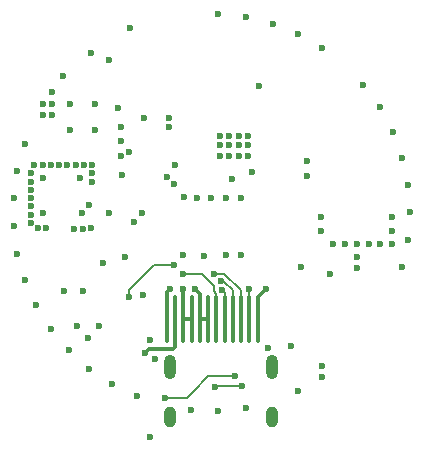
<source format=gbr>
%TF.GenerationSoftware,KiCad,Pcbnew,9.0.0*%
%TF.CreationDate,2026-01-31T22:23:39+01:00*%
%TF.ProjectId,DisplayBoard,44697370-6c61-4794-926f-6172642e6b69,rev?*%
%TF.SameCoordinates,Original*%
%TF.FileFunction,Copper,L4,Bot*%
%TF.FilePolarity,Positive*%
%FSLAX46Y46*%
G04 Gerber Fmt 4.6, Leading zero omitted, Abs format (unit mm)*
G04 Created by KiCad (PCBNEW 9.0.0) date 2026-01-31 22:23:39*
%MOMM*%
%LPD*%
G01*
G04 APERTURE LIST*
G04 Aperture macros list*
%AMRoundRect*
0 Rectangle with rounded corners*
0 $1 Rounding radius*
0 $2 $3 $4 $5 $6 $7 $8 $9 X,Y pos of 4 corners*
0 Add a 4 corners polygon primitive as box body*
4,1,4,$2,$3,$4,$5,$6,$7,$8,$9,$2,$3,0*
0 Add four circle primitives for the rounded corners*
1,1,$1+$1,$2,$3*
1,1,$1+$1,$4,$5*
1,1,$1+$1,$6,$7*
1,1,$1+$1,$8,$9*
0 Add four rect primitives between the rounded corners*
20,1,$1+$1,$2,$3,$4,$5,0*
20,1,$1+$1,$4,$5,$6,$7,0*
20,1,$1+$1,$6,$7,$8,$9,0*
20,1,$1+$1,$8,$9,$2,$3,0*%
G04 Aperture macros list end*
%TA.AperFunction,ComponentPad*%
%ADD10O,1.000000X1.800000*%
%TD*%
%TA.AperFunction,ComponentPad*%
%ADD11O,1.000000X2.100000*%
%TD*%
%TA.AperFunction,SMDPad,CuDef*%
%ADD12RoundRect,0.052500X0.122500X1.947500X-0.122500X1.947500X-0.122500X-1.947500X0.122500X-1.947500X0*%
%TD*%
%TA.AperFunction,ViaPad*%
%ADD13C,0.600000*%
%TD*%
%TA.AperFunction,Conductor*%
%ADD14C,0.350000*%
%TD*%
%TA.AperFunction,Conductor*%
%ADD15C,0.150000*%
%TD*%
G04 APERTURE END LIST*
D10*
%TO.P,USBC501,SH4,SHELL_GND__3*%
%TO.N,GND*%
X105119999Y-135200000D03*
%TO.P,USBC501,SH3,SHELL_GND__2*%
X96480001Y-135200000D03*
D11*
%TO.P,USBC501,SH2,SHELL_GND__1*%
X105120001Y-131020000D03*
%TO.P,USBC501,SH1,SHELL_GND*%
X96480000Y-131019999D03*
%TD*%
D12*
%TO.P,J301,12,Pin_12*%
%TO.N,GND*%
X103912500Y-126962500D03*
%TO.P,J301,11,Pin_11*%
%TO.N,/MCU/RST*%
X103212500Y-126962500D03*
%TO.P,J301,10,Pin_10*%
%TO.N,/MCU/DIN*%
X102512500Y-126962500D03*
%TO.P,J301,9,Pin_9*%
%TO.N,/MCU/CLK*%
X101812500Y-126962500D03*
%TO.P,J301,8,Pin_8*%
%TO.N,/MCU/CS*%
X101112500Y-126962500D03*
%TO.P,J301,7,Pin_7*%
%TO.N,/MCU/DC*%
X100412500Y-126962500D03*
%TO.P,J301,6,Pin_6*%
%TO.N,GND*%
X99712500Y-126962500D03*
%TO.P,J301,5,Pin_5*%
X99012500Y-126962500D03*
%TO.P,J301,4,Pin_4*%
%TO.N,+3.3V*%
X98312500Y-126962500D03*
%TO.P,J301,3,Pin_3*%
X97612500Y-126962500D03*
%TO.P,J301,2,Pin_2*%
%TO.N,LEDK*%
X96912500Y-126962500D03*
%TO.P,J301,1,Pin_1*%
%TO.N,GND*%
X96212500Y-126962500D03*
%TD*%
D13*
%TO.N,/MCU/BL*%
X96800000Y-122400000D03*
X93000000Y-125100000D03*
%TO.N,/MCU/DC*%
X97600000Y-123100000D03*
%TO.N,/MCU/RST*%
X103200000Y-124400000D03*
%TO.N,/MCU/CS*%
X100900000Y-124500000D03*
%TO.N,LEDK*%
X94400000Y-129800000D03*
%TO.N,GND*%
X116142615Y-122528820D03*
X85172526Y-125783908D03*
X84219598Y-112156403D03*
X109390612Y-103977845D03*
X93709174Y-133470340D03*
X112864302Y-107105569D03*
X107361634Y-132993586D03*
X91603423Y-132443297D03*
X87920017Y-129565504D03*
X105189370Y-101928762D03*
X83573818Y-121391493D03*
X83247754Y-119071431D03*
X84219598Y-123643597D03*
X83247754Y-116728569D03*
X116142615Y-113271180D03*
X109390612Y-131822155D03*
X102916100Y-101361973D03*
X89661103Y-131133185D03*
X98244638Y-134601158D03*
X116629723Y-115562845D03*
X107361634Y-102806414D03*
X83573818Y-114408507D03*
X102916100Y-134438027D03*
X114241401Y-109000985D03*
X100586073Y-101117077D03*
X100586073Y-134682923D03*
X115341309Y-111069609D03*
X116793153Y-117900000D03*
X86414054Y-127770768D03*
%TO.N,/MCU/DIN*%
X100200000Y-123100000D03*
%TO.N,GND*%
X104600000Y-124400000D03*
%TO.N,/MCU/CLK*%
X100800000Y-123700000D03*
%TO.N,GND*%
X93107893Y-102274991D03*
X92050005Y-109068424D03*
X103400000Y-114500000D03*
X101500000Y-111400000D03*
X84700000Y-114600000D03*
X89200000Y-113900000D03*
X102300000Y-111400000D03*
X88900000Y-115000000D03*
X102300000Y-113100000D03*
X101500000Y-113100000D03*
X85000000Y-113900000D03*
X89000000Y-118000000D03*
X85700000Y-113900000D03*
X85700000Y-118000000D03*
X84700000Y-118100000D03*
X100700000Y-112200000D03*
X91300000Y-118000000D03*
X94300000Y-109900000D03*
X96900000Y-113900000D03*
X87100000Y-113900000D03*
X100700000Y-113100000D03*
X87800000Y-113900000D03*
X102300000Y-112200000D03*
X96400000Y-109900000D03*
X86400000Y-113900000D03*
X89100000Y-119300000D03*
X108100000Y-113565000D03*
X84700000Y-118800000D03*
X101500000Y-112200000D03*
%TO.N,+3.3V*%
X112300000Y-121700000D03*
%TO.N,GND*%
X85700000Y-115000000D03*
X84700000Y-116000000D03*
%TO.N,+3.3V*%
X114300000Y-120600000D03*
X115300000Y-120600000D03*
X97700000Y-116600000D03*
%TO.N,GND*%
X96400000Y-110700000D03*
%TO.N,+3.3V*%
X112300000Y-120600000D03*
%TO.N,GND*%
X103100000Y-112200000D03*
X84700000Y-115300000D03*
%TO.N,+3.3V*%
X92700000Y-121700000D03*
X111300000Y-120600000D03*
%TO.N,GND*%
X100700000Y-111400000D03*
%TO.N,+3.3V*%
X89100000Y-124600000D03*
X109300000Y-118300000D03*
%TO.N,GND*%
X89900000Y-114600000D03*
%TO.N,+3.3V*%
X112300000Y-122600000D03*
X110300000Y-120600000D03*
X115300000Y-118300000D03*
%TO.N,GND*%
X88500000Y-113900000D03*
X84700000Y-116700000D03*
X92400000Y-114700000D03*
%TO.N,+3.3V*%
X108100000Y-114835000D03*
X113300000Y-120600000D03*
X109300000Y-119500000D03*
%TO.N,GND*%
X93400000Y-118700000D03*
X88400000Y-119300000D03*
X94100000Y-118000000D03*
X84700000Y-117400000D03*
X90800000Y-122200000D03*
X104000000Y-107200000D03*
X86000000Y-119200000D03*
%TO.N,+3.3V*%
X115300000Y-119500000D03*
%TO.N,GND*%
X85300000Y-119200000D03*
X89800000Y-119200000D03*
X89900000Y-115300000D03*
X89900000Y-113900000D03*
X103100000Y-111400000D03*
X103100000Y-113100000D03*
X87500000Y-124600000D03*
X98800000Y-116700000D03*
X100000000Y-116700000D03*
X101200000Y-116700000D03*
X101200000Y-121500000D03*
X89538118Y-128512877D03*
X90500000Y-127525000D03*
X88600000Y-127525000D03*
%TO.N,+3.3V*%
X92300000Y-111900000D03*
X92300000Y-110700000D03*
%TO.N,GND*%
X90100000Y-110900000D03*
X88000000Y-110900000D03*
%TO.N,+3.3V*%
X92300000Y-113100000D03*
%TO.N,GND*%
X110000000Y-123100000D03*
%TO.N,+3.3V*%
X96200000Y-114900000D03*
X93000000Y-112800000D03*
%TO.N,GND*%
X102500000Y-116700000D03*
%TO.N,+3.3V*%
X96800000Y-115500000D03*
%TO.N,GND*%
X97600000Y-121500000D03*
X102500000Y-121500000D03*
%TO.N,+3.3V*%
X101700000Y-115100000D03*
X99400000Y-121600000D03*
X90100000Y-108700000D03*
%TO.N,GND*%
X95200000Y-130300000D03*
%TO.N,UNF_USB_D-*%
X102600000Y-132600000D03*
%TO.N,+3.3V*%
X97600000Y-124400000D03*
X94800000Y-128700000D03*
%TO.N,GND*%
X96500000Y-124400000D03*
%TO.N,UNF_USB_D-*%
X100325000Y-132675000D03*
%TO.N,GND*%
X98600000Y-124400000D03*
%TO.N,/USB/CC2*%
X96100000Y-133600000D03*
%TO.N,GND*%
X109350000Y-130916687D03*
X106700000Y-129200000D03*
%TO.N,/USB/CC2*%
X102000000Y-131800000D03*
%TO.N,GND*%
X107600000Y-122500000D03*
X94800000Y-136900000D03*
%TO.N,+3.3V*%
X89800000Y-104400000D03*
X85700000Y-108700000D03*
X85700000Y-109650000D03*
X86500000Y-109650000D03*
%TO.N,GND*%
X89600000Y-117300000D03*
%TO.N,+3.3V*%
X86500000Y-108700000D03*
X88000000Y-108700000D03*
X86500000Y-107750000D03*
%TO.N,GND*%
X94200000Y-124900000D03*
X87424641Y-106323631D03*
%TO.N,+3.3V*%
X91363112Y-105040804D03*
%TO.N,GND*%
X104800000Y-129400000D03*
X116629723Y-120237155D03*
%TD*%
D14*
%TO.N,GND*%
X103912500Y-125087500D02*
X104600000Y-124400000D01*
X103912500Y-126962500D02*
X103912500Y-125087500D01*
%TO.N,LEDK*%
X94700000Y-129500000D02*
X94400000Y-129800000D01*
X96700000Y-129500000D02*
X94700000Y-129500000D01*
X96912500Y-126962500D02*
X96912500Y-129287500D01*
X96912500Y-129287500D02*
X96700000Y-129500000D01*
D15*
%TO.N,/MCU/BL*%
X96800000Y-122400000D02*
X95100000Y-122400000D01*
X95100000Y-122400000D02*
X93000000Y-124500000D01*
X93000000Y-124500000D02*
X93000000Y-125100000D01*
D14*
%TO.N,GND*%
X96212500Y-124687500D02*
X96500000Y-124400000D01*
X96212500Y-126962500D02*
X96212500Y-124687500D01*
%TO.N,+3.3V*%
X97612500Y-126962500D02*
X98312500Y-126962500D01*
X97612500Y-124412500D02*
X97600000Y-124400000D01*
X97612500Y-126962500D02*
X97612500Y-124412500D01*
%TO.N,GND*%
X99712500Y-126962500D02*
X99012500Y-126962500D01*
X99012500Y-124812500D02*
X98600000Y-124400000D01*
X99012500Y-126962500D02*
X99012500Y-124812500D01*
D15*
%TO.N,/MCU/DC*%
X100200000Y-124100000D02*
X99200000Y-123100000D01*
X100200000Y-124600000D02*
X100200000Y-124100000D01*
X100400000Y-124800000D02*
X100200000Y-124600000D01*
X100400000Y-126950000D02*
X100400000Y-124800000D01*
X99200000Y-123100000D02*
X97600000Y-123100000D01*
X100412500Y-126962500D02*
X100400000Y-126950000D01*
%TO.N,/USB/CC2*%
X99700000Y-131800000D02*
X98400000Y-133100000D01*
X98400000Y-133100000D02*
X97900000Y-133600000D01*
X102000000Y-131800000D02*
X99700000Y-131800000D01*
X97900000Y-133600000D02*
X96100000Y-133600000D01*
D14*
%TO.N,GND*%
X99712500Y-128787500D02*
X99712500Y-126962500D01*
D15*
%TO.N,/MCU/CS*%
X101112500Y-124712500D02*
X100900000Y-124500000D01*
X101112500Y-126962500D02*
X101112500Y-124712500D01*
%TO.N,/MCU/RST*%
X103212500Y-124412500D02*
X103200000Y-124400000D01*
X103212500Y-126962500D02*
X103212500Y-124412500D01*
%TO.N,/MCU/CLK*%
X101800000Y-126950000D02*
X101812500Y-126962500D01*
X101800000Y-124500000D02*
X101800000Y-126950000D01*
X101000000Y-123700000D02*
X101800000Y-124500000D01*
X100800000Y-123700000D02*
X101000000Y-123700000D01*
%TO.N,/MCU/DIN*%
X102512500Y-124512500D02*
X102512500Y-126962500D01*
X101100000Y-123100000D02*
X102512500Y-124512500D01*
X100200000Y-123100000D02*
X101100000Y-123100000D01*
%TO.N,/MCU/RST*%
X103200000Y-126950000D02*
X103212500Y-126962500D01*
%TO.N,UNF_USB_D-*%
X100500000Y-132600000D02*
X102600000Y-132600000D01*
X100325000Y-132675000D02*
X100475000Y-132525000D01*
%TD*%
M02*

</source>
